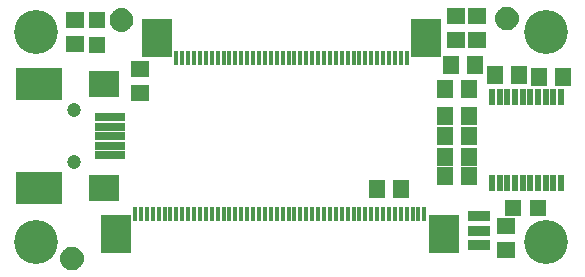
<source format=gbr>
G04 EAGLE Gerber RS-274X export*
G75*
%MOMM*%
%FSLAX34Y34*%
%LPD*%
%INSoldermask Top*%
%IPPOS*%
%AMOC8*
5,1,8,0,0,1.08239X$1,22.5*%
G01*
%ADD10R,0.300000X1.150000*%
%ADD11R,2.503200X3.303200*%
%ADD12R,0.508000X1.473200*%
%ADD13R,1.903200X0.903200*%
%ADD14R,2.603200X2.203200*%
%ADD15R,2.511200X0.703200*%
%ADD16R,4.013200X2.743200*%
%ADD17C,1.203200*%
%ADD18R,1.403200X1.503200*%
%ADD19R,1.503200X1.403200*%
%ADD20R,1.403200X1.403200*%
%ADD21C,0.500000*%
%ADD22C,3.719200*%


D10*
X339300Y181600D03*
X334300Y181600D03*
X329300Y181600D03*
X324300Y181600D03*
X319300Y181600D03*
X314300Y181600D03*
X309300Y181600D03*
X304300Y181600D03*
X299300Y181600D03*
X294300Y181600D03*
X289300Y181600D03*
X284300Y181600D03*
X279300Y181600D03*
X274300Y181600D03*
X269300Y181600D03*
X264300Y181600D03*
X259300Y181600D03*
X254300Y181600D03*
X249300Y181600D03*
X244300Y181600D03*
X239300Y181600D03*
X234300Y181600D03*
X229300Y181600D03*
X224300Y181600D03*
X219300Y181600D03*
X214300Y181600D03*
X209300Y181600D03*
X204300Y181600D03*
X199300Y181600D03*
X194300Y181600D03*
X189300Y181600D03*
X184300Y181600D03*
X179300Y181600D03*
X174300Y181600D03*
X169300Y181600D03*
X164300Y181600D03*
X159300Y181600D03*
X154300Y181600D03*
X149300Y181600D03*
X144300Y181600D03*
D11*
X355800Y198600D03*
X127800Y198600D03*
D10*
X159300Y48900D03*
X164300Y48900D03*
X169300Y48900D03*
X174300Y48900D03*
X179300Y48900D03*
X184300Y48900D03*
X189300Y48900D03*
X194300Y48900D03*
X199300Y48900D03*
X204300Y48900D03*
X209300Y48900D03*
X214300Y48900D03*
X219300Y48900D03*
X224300Y48900D03*
X229300Y48900D03*
X234300Y48900D03*
X239300Y48900D03*
X244300Y48900D03*
X249300Y48900D03*
X254300Y48900D03*
X259300Y48900D03*
X264300Y48900D03*
X269300Y48900D03*
X274300Y48900D03*
X279300Y48900D03*
X284300Y48900D03*
X289300Y48900D03*
X294300Y48900D03*
X299300Y48900D03*
X304300Y48900D03*
X309300Y48900D03*
X314300Y48900D03*
X319300Y48900D03*
X324300Y48900D03*
X329300Y48900D03*
X334300Y48900D03*
X339300Y48900D03*
X344300Y48900D03*
X349300Y48900D03*
X354300Y48900D03*
D11*
X92800Y31900D03*
X370800Y31900D03*
D10*
X109300Y48900D03*
X114300Y48900D03*
X119300Y48900D03*
X124300Y48900D03*
X129300Y48900D03*
X134300Y48900D03*
X139300Y48900D03*
X144300Y48900D03*
X149300Y48900D03*
X154300Y48900D03*
D12*
X411430Y75782D03*
X417930Y75782D03*
X424430Y75782D03*
X430930Y75782D03*
X437430Y75782D03*
X443930Y75782D03*
X450430Y75782D03*
X456930Y75782D03*
X463430Y75782D03*
X469930Y75782D03*
X469930Y148138D03*
X463430Y148138D03*
X456930Y148138D03*
X450430Y148138D03*
X443930Y148138D03*
X437430Y148138D03*
X430930Y148138D03*
X424430Y148138D03*
X417930Y148138D03*
X411430Y148138D03*
D13*
X400910Y47120D03*
X400910Y35120D03*
X400910Y23120D03*
D14*
X82800Y159000D03*
D15*
X88440Y131000D03*
X88440Y123000D03*
X88440Y115000D03*
X88440Y107000D03*
X88440Y99000D03*
D16*
X27800Y159000D03*
D14*
X82800Y71000D03*
D16*
X27800Y71000D03*
D17*
X57800Y137000D03*
X57800Y93000D03*
D18*
X471810Y165330D03*
X451490Y165330D03*
D19*
X423810Y18420D03*
X423810Y38740D03*
D20*
X76800Y213420D03*
X76800Y192420D03*
X429200Y54540D03*
X450200Y54540D03*
D19*
X58520Y192880D03*
X58520Y213200D03*
X113800Y172160D03*
X113800Y151840D03*
D18*
X314550Y70060D03*
X334870Y70060D03*
X434800Y166580D03*
X414480Y166580D03*
D17*
X55880Y11430D03*
D21*
X48380Y11430D02*
X48382Y11249D01*
X48389Y11068D01*
X48400Y10887D01*
X48415Y10706D01*
X48435Y10526D01*
X48459Y10346D01*
X48487Y10167D01*
X48520Y9989D01*
X48557Y9812D01*
X48598Y9635D01*
X48643Y9460D01*
X48693Y9285D01*
X48747Y9112D01*
X48805Y8941D01*
X48867Y8770D01*
X48934Y8602D01*
X49004Y8435D01*
X49078Y8269D01*
X49157Y8106D01*
X49239Y7945D01*
X49325Y7785D01*
X49415Y7628D01*
X49509Y7473D01*
X49606Y7320D01*
X49708Y7170D01*
X49812Y7022D01*
X49921Y6876D01*
X50032Y6734D01*
X50148Y6594D01*
X50266Y6457D01*
X50388Y6322D01*
X50513Y6191D01*
X50641Y6063D01*
X50772Y5938D01*
X50907Y5816D01*
X51044Y5698D01*
X51184Y5582D01*
X51326Y5471D01*
X51472Y5362D01*
X51620Y5258D01*
X51770Y5156D01*
X51923Y5059D01*
X52078Y4965D01*
X52235Y4875D01*
X52395Y4789D01*
X52556Y4707D01*
X52719Y4628D01*
X52885Y4554D01*
X53052Y4484D01*
X53220Y4417D01*
X53391Y4355D01*
X53562Y4297D01*
X53735Y4243D01*
X53910Y4193D01*
X54085Y4148D01*
X54262Y4107D01*
X54439Y4070D01*
X54617Y4037D01*
X54796Y4009D01*
X54976Y3985D01*
X55156Y3965D01*
X55337Y3950D01*
X55518Y3939D01*
X55699Y3932D01*
X55880Y3930D01*
X48380Y11430D02*
X48382Y11611D01*
X48389Y11792D01*
X48400Y11973D01*
X48415Y12154D01*
X48435Y12334D01*
X48459Y12514D01*
X48487Y12693D01*
X48520Y12871D01*
X48557Y13048D01*
X48598Y13225D01*
X48643Y13400D01*
X48693Y13575D01*
X48747Y13748D01*
X48805Y13919D01*
X48867Y14090D01*
X48934Y14258D01*
X49004Y14425D01*
X49078Y14591D01*
X49157Y14754D01*
X49239Y14915D01*
X49325Y15075D01*
X49415Y15232D01*
X49509Y15387D01*
X49606Y15540D01*
X49708Y15690D01*
X49812Y15838D01*
X49921Y15984D01*
X50032Y16126D01*
X50148Y16266D01*
X50266Y16403D01*
X50388Y16538D01*
X50513Y16669D01*
X50641Y16797D01*
X50772Y16922D01*
X50907Y17044D01*
X51044Y17162D01*
X51184Y17278D01*
X51326Y17389D01*
X51472Y17498D01*
X51620Y17602D01*
X51770Y17704D01*
X51923Y17801D01*
X52078Y17895D01*
X52235Y17985D01*
X52395Y18071D01*
X52556Y18153D01*
X52719Y18232D01*
X52885Y18306D01*
X53052Y18376D01*
X53220Y18443D01*
X53391Y18505D01*
X53562Y18563D01*
X53735Y18617D01*
X53910Y18667D01*
X54085Y18712D01*
X54262Y18753D01*
X54439Y18790D01*
X54617Y18823D01*
X54796Y18851D01*
X54976Y18875D01*
X55156Y18895D01*
X55337Y18910D01*
X55518Y18921D01*
X55699Y18928D01*
X55880Y18930D01*
X56061Y18928D01*
X56242Y18921D01*
X56423Y18910D01*
X56604Y18895D01*
X56784Y18875D01*
X56964Y18851D01*
X57143Y18823D01*
X57321Y18790D01*
X57498Y18753D01*
X57675Y18712D01*
X57850Y18667D01*
X58025Y18617D01*
X58198Y18563D01*
X58369Y18505D01*
X58540Y18443D01*
X58708Y18376D01*
X58875Y18306D01*
X59041Y18232D01*
X59204Y18153D01*
X59365Y18071D01*
X59525Y17985D01*
X59682Y17895D01*
X59837Y17801D01*
X59990Y17704D01*
X60140Y17602D01*
X60288Y17498D01*
X60434Y17389D01*
X60576Y17278D01*
X60716Y17162D01*
X60853Y17044D01*
X60988Y16922D01*
X61119Y16797D01*
X61247Y16669D01*
X61372Y16538D01*
X61494Y16403D01*
X61612Y16266D01*
X61728Y16126D01*
X61839Y15984D01*
X61948Y15838D01*
X62052Y15690D01*
X62154Y15540D01*
X62251Y15387D01*
X62345Y15232D01*
X62435Y15075D01*
X62521Y14915D01*
X62603Y14754D01*
X62682Y14591D01*
X62756Y14425D01*
X62826Y14258D01*
X62893Y14090D01*
X62955Y13919D01*
X63013Y13748D01*
X63067Y13575D01*
X63117Y13400D01*
X63162Y13225D01*
X63203Y13048D01*
X63240Y12871D01*
X63273Y12693D01*
X63301Y12514D01*
X63325Y12334D01*
X63345Y12154D01*
X63360Y11973D01*
X63371Y11792D01*
X63378Y11611D01*
X63380Y11430D01*
X63378Y11249D01*
X63371Y11068D01*
X63360Y10887D01*
X63345Y10706D01*
X63325Y10526D01*
X63301Y10346D01*
X63273Y10167D01*
X63240Y9989D01*
X63203Y9812D01*
X63162Y9635D01*
X63117Y9460D01*
X63067Y9285D01*
X63013Y9112D01*
X62955Y8941D01*
X62893Y8770D01*
X62826Y8602D01*
X62756Y8435D01*
X62682Y8269D01*
X62603Y8106D01*
X62521Y7945D01*
X62435Y7785D01*
X62345Y7628D01*
X62251Y7473D01*
X62154Y7320D01*
X62052Y7170D01*
X61948Y7022D01*
X61839Y6876D01*
X61728Y6734D01*
X61612Y6594D01*
X61494Y6457D01*
X61372Y6322D01*
X61247Y6191D01*
X61119Y6063D01*
X60988Y5938D01*
X60853Y5816D01*
X60716Y5698D01*
X60576Y5582D01*
X60434Y5471D01*
X60288Y5362D01*
X60140Y5258D01*
X59990Y5156D01*
X59837Y5059D01*
X59682Y4965D01*
X59525Y4875D01*
X59365Y4789D01*
X59204Y4707D01*
X59041Y4628D01*
X58875Y4554D01*
X58708Y4484D01*
X58540Y4417D01*
X58369Y4355D01*
X58198Y4297D01*
X58025Y4243D01*
X57850Y4193D01*
X57675Y4148D01*
X57498Y4107D01*
X57321Y4070D01*
X57143Y4037D01*
X56964Y4009D01*
X56784Y3985D01*
X56604Y3965D01*
X56423Y3950D01*
X56242Y3939D01*
X56061Y3932D01*
X55880Y3930D01*
D17*
X424180Y214630D03*
D21*
X416680Y214630D02*
X416682Y214449D01*
X416689Y214268D01*
X416700Y214087D01*
X416715Y213906D01*
X416735Y213726D01*
X416759Y213546D01*
X416787Y213367D01*
X416820Y213189D01*
X416857Y213012D01*
X416898Y212835D01*
X416943Y212660D01*
X416993Y212485D01*
X417047Y212312D01*
X417105Y212141D01*
X417167Y211970D01*
X417234Y211802D01*
X417304Y211635D01*
X417378Y211469D01*
X417457Y211306D01*
X417539Y211145D01*
X417625Y210985D01*
X417715Y210828D01*
X417809Y210673D01*
X417906Y210520D01*
X418008Y210370D01*
X418112Y210222D01*
X418221Y210076D01*
X418332Y209934D01*
X418448Y209794D01*
X418566Y209657D01*
X418688Y209522D01*
X418813Y209391D01*
X418941Y209263D01*
X419072Y209138D01*
X419207Y209016D01*
X419344Y208898D01*
X419484Y208782D01*
X419626Y208671D01*
X419772Y208562D01*
X419920Y208458D01*
X420070Y208356D01*
X420223Y208259D01*
X420378Y208165D01*
X420535Y208075D01*
X420695Y207989D01*
X420856Y207907D01*
X421019Y207828D01*
X421185Y207754D01*
X421352Y207684D01*
X421520Y207617D01*
X421691Y207555D01*
X421862Y207497D01*
X422035Y207443D01*
X422210Y207393D01*
X422385Y207348D01*
X422562Y207307D01*
X422739Y207270D01*
X422917Y207237D01*
X423096Y207209D01*
X423276Y207185D01*
X423456Y207165D01*
X423637Y207150D01*
X423818Y207139D01*
X423999Y207132D01*
X424180Y207130D01*
X416680Y214630D02*
X416682Y214811D01*
X416689Y214992D01*
X416700Y215173D01*
X416715Y215354D01*
X416735Y215534D01*
X416759Y215714D01*
X416787Y215893D01*
X416820Y216071D01*
X416857Y216248D01*
X416898Y216425D01*
X416943Y216600D01*
X416993Y216775D01*
X417047Y216948D01*
X417105Y217119D01*
X417167Y217290D01*
X417234Y217458D01*
X417304Y217625D01*
X417378Y217791D01*
X417457Y217954D01*
X417539Y218115D01*
X417625Y218275D01*
X417715Y218432D01*
X417809Y218587D01*
X417906Y218740D01*
X418008Y218890D01*
X418112Y219038D01*
X418221Y219184D01*
X418332Y219326D01*
X418448Y219466D01*
X418566Y219603D01*
X418688Y219738D01*
X418813Y219869D01*
X418941Y219997D01*
X419072Y220122D01*
X419207Y220244D01*
X419344Y220362D01*
X419484Y220478D01*
X419626Y220589D01*
X419772Y220698D01*
X419920Y220802D01*
X420070Y220904D01*
X420223Y221001D01*
X420378Y221095D01*
X420535Y221185D01*
X420695Y221271D01*
X420856Y221353D01*
X421019Y221432D01*
X421185Y221506D01*
X421352Y221576D01*
X421520Y221643D01*
X421691Y221705D01*
X421862Y221763D01*
X422035Y221817D01*
X422210Y221867D01*
X422385Y221912D01*
X422562Y221953D01*
X422739Y221990D01*
X422917Y222023D01*
X423096Y222051D01*
X423276Y222075D01*
X423456Y222095D01*
X423637Y222110D01*
X423818Y222121D01*
X423999Y222128D01*
X424180Y222130D01*
X424361Y222128D01*
X424542Y222121D01*
X424723Y222110D01*
X424904Y222095D01*
X425084Y222075D01*
X425264Y222051D01*
X425443Y222023D01*
X425621Y221990D01*
X425798Y221953D01*
X425975Y221912D01*
X426150Y221867D01*
X426325Y221817D01*
X426498Y221763D01*
X426669Y221705D01*
X426840Y221643D01*
X427008Y221576D01*
X427175Y221506D01*
X427341Y221432D01*
X427504Y221353D01*
X427665Y221271D01*
X427825Y221185D01*
X427982Y221095D01*
X428137Y221001D01*
X428290Y220904D01*
X428440Y220802D01*
X428588Y220698D01*
X428734Y220589D01*
X428876Y220478D01*
X429016Y220362D01*
X429153Y220244D01*
X429288Y220122D01*
X429419Y219997D01*
X429547Y219869D01*
X429672Y219738D01*
X429794Y219603D01*
X429912Y219466D01*
X430028Y219326D01*
X430139Y219184D01*
X430248Y219038D01*
X430352Y218890D01*
X430454Y218740D01*
X430551Y218587D01*
X430645Y218432D01*
X430735Y218275D01*
X430821Y218115D01*
X430903Y217954D01*
X430982Y217791D01*
X431056Y217625D01*
X431126Y217458D01*
X431193Y217290D01*
X431255Y217119D01*
X431313Y216948D01*
X431367Y216775D01*
X431417Y216600D01*
X431462Y216425D01*
X431503Y216248D01*
X431540Y216071D01*
X431573Y215893D01*
X431601Y215714D01*
X431625Y215534D01*
X431645Y215354D01*
X431660Y215173D01*
X431671Y214992D01*
X431678Y214811D01*
X431680Y214630D01*
X431678Y214449D01*
X431671Y214268D01*
X431660Y214087D01*
X431645Y213906D01*
X431625Y213726D01*
X431601Y213546D01*
X431573Y213367D01*
X431540Y213189D01*
X431503Y213012D01*
X431462Y212835D01*
X431417Y212660D01*
X431367Y212485D01*
X431313Y212312D01*
X431255Y212141D01*
X431193Y211970D01*
X431126Y211802D01*
X431056Y211635D01*
X430982Y211469D01*
X430903Y211306D01*
X430821Y211145D01*
X430735Y210985D01*
X430645Y210828D01*
X430551Y210673D01*
X430454Y210520D01*
X430352Y210370D01*
X430248Y210222D01*
X430139Y210076D01*
X430028Y209934D01*
X429912Y209794D01*
X429794Y209657D01*
X429672Y209522D01*
X429547Y209391D01*
X429419Y209263D01*
X429288Y209138D01*
X429153Y209016D01*
X429016Y208898D01*
X428876Y208782D01*
X428734Y208671D01*
X428588Y208562D01*
X428440Y208458D01*
X428290Y208356D01*
X428137Y208259D01*
X427982Y208165D01*
X427825Y208075D01*
X427665Y207989D01*
X427504Y207907D01*
X427341Y207828D01*
X427175Y207754D01*
X427008Y207684D01*
X426840Y207617D01*
X426669Y207555D01*
X426498Y207497D01*
X426325Y207443D01*
X426150Y207393D01*
X425975Y207348D01*
X425798Y207307D01*
X425621Y207270D01*
X425443Y207237D01*
X425264Y207209D01*
X425084Y207185D01*
X424904Y207165D01*
X424723Y207150D01*
X424542Y207139D01*
X424361Y207132D01*
X424180Y207130D01*
D17*
X97790Y213360D03*
D21*
X90290Y213360D02*
X90292Y213179D01*
X90299Y212998D01*
X90310Y212817D01*
X90325Y212636D01*
X90345Y212456D01*
X90369Y212276D01*
X90397Y212097D01*
X90430Y211919D01*
X90467Y211742D01*
X90508Y211565D01*
X90553Y211390D01*
X90603Y211215D01*
X90657Y211042D01*
X90715Y210871D01*
X90777Y210700D01*
X90844Y210532D01*
X90914Y210365D01*
X90988Y210199D01*
X91067Y210036D01*
X91149Y209875D01*
X91235Y209715D01*
X91325Y209558D01*
X91419Y209403D01*
X91516Y209250D01*
X91618Y209100D01*
X91722Y208952D01*
X91831Y208806D01*
X91942Y208664D01*
X92058Y208524D01*
X92176Y208387D01*
X92298Y208252D01*
X92423Y208121D01*
X92551Y207993D01*
X92682Y207868D01*
X92817Y207746D01*
X92954Y207628D01*
X93094Y207512D01*
X93236Y207401D01*
X93382Y207292D01*
X93530Y207188D01*
X93680Y207086D01*
X93833Y206989D01*
X93988Y206895D01*
X94145Y206805D01*
X94305Y206719D01*
X94466Y206637D01*
X94629Y206558D01*
X94795Y206484D01*
X94962Y206414D01*
X95130Y206347D01*
X95301Y206285D01*
X95472Y206227D01*
X95645Y206173D01*
X95820Y206123D01*
X95995Y206078D01*
X96172Y206037D01*
X96349Y206000D01*
X96527Y205967D01*
X96706Y205939D01*
X96886Y205915D01*
X97066Y205895D01*
X97247Y205880D01*
X97428Y205869D01*
X97609Y205862D01*
X97790Y205860D01*
X90290Y213360D02*
X90292Y213541D01*
X90299Y213722D01*
X90310Y213903D01*
X90325Y214084D01*
X90345Y214264D01*
X90369Y214444D01*
X90397Y214623D01*
X90430Y214801D01*
X90467Y214978D01*
X90508Y215155D01*
X90553Y215330D01*
X90603Y215505D01*
X90657Y215678D01*
X90715Y215849D01*
X90777Y216020D01*
X90844Y216188D01*
X90914Y216355D01*
X90988Y216521D01*
X91067Y216684D01*
X91149Y216845D01*
X91235Y217005D01*
X91325Y217162D01*
X91419Y217317D01*
X91516Y217470D01*
X91618Y217620D01*
X91722Y217768D01*
X91831Y217914D01*
X91942Y218056D01*
X92058Y218196D01*
X92176Y218333D01*
X92298Y218468D01*
X92423Y218599D01*
X92551Y218727D01*
X92682Y218852D01*
X92817Y218974D01*
X92954Y219092D01*
X93094Y219208D01*
X93236Y219319D01*
X93382Y219428D01*
X93530Y219532D01*
X93680Y219634D01*
X93833Y219731D01*
X93988Y219825D01*
X94145Y219915D01*
X94305Y220001D01*
X94466Y220083D01*
X94629Y220162D01*
X94795Y220236D01*
X94962Y220306D01*
X95130Y220373D01*
X95301Y220435D01*
X95472Y220493D01*
X95645Y220547D01*
X95820Y220597D01*
X95995Y220642D01*
X96172Y220683D01*
X96349Y220720D01*
X96527Y220753D01*
X96706Y220781D01*
X96886Y220805D01*
X97066Y220825D01*
X97247Y220840D01*
X97428Y220851D01*
X97609Y220858D01*
X97790Y220860D01*
X97971Y220858D01*
X98152Y220851D01*
X98333Y220840D01*
X98514Y220825D01*
X98694Y220805D01*
X98874Y220781D01*
X99053Y220753D01*
X99231Y220720D01*
X99408Y220683D01*
X99585Y220642D01*
X99760Y220597D01*
X99935Y220547D01*
X100108Y220493D01*
X100279Y220435D01*
X100450Y220373D01*
X100618Y220306D01*
X100785Y220236D01*
X100951Y220162D01*
X101114Y220083D01*
X101275Y220001D01*
X101435Y219915D01*
X101592Y219825D01*
X101747Y219731D01*
X101900Y219634D01*
X102050Y219532D01*
X102198Y219428D01*
X102344Y219319D01*
X102486Y219208D01*
X102626Y219092D01*
X102763Y218974D01*
X102898Y218852D01*
X103029Y218727D01*
X103157Y218599D01*
X103282Y218468D01*
X103404Y218333D01*
X103522Y218196D01*
X103638Y218056D01*
X103749Y217914D01*
X103858Y217768D01*
X103962Y217620D01*
X104064Y217470D01*
X104161Y217317D01*
X104255Y217162D01*
X104345Y217005D01*
X104431Y216845D01*
X104513Y216684D01*
X104592Y216521D01*
X104666Y216355D01*
X104736Y216188D01*
X104803Y216020D01*
X104865Y215849D01*
X104923Y215678D01*
X104977Y215505D01*
X105027Y215330D01*
X105072Y215155D01*
X105113Y214978D01*
X105150Y214801D01*
X105183Y214623D01*
X105211Y214444D01*
X105235Y214264D01*
X105255Y214084D01*
X105270Y213903D01*
X105281Y213722D01*
X105288Y213541D01*
X105290Y213360D01*
X105288Y213179D01*
X105281Y212998D01*
X105270Y212817D01*
X105255Y212636D01*
X105235Y212456D01*
X105211Y212276D01*
X105183Y212097D01*
X105150Y211919D01*
X105113Y211742D01*
X105072Y211565D01*
X105027Y211390D01*
X104977Y211215D01*
X104923Y211042D01*
X104865Y210871D01*
X104803Y210700D01*
X104736Y210532D01*
X104666Y210365D01*
X104592Y210199D01*
X104513Y210036D01*
X104431Y209875D01*
X104345Y209715D01*
X104255Y209558D01*
X104161Y209403D01*
X104064Y209250D01*
X103962Y209100D01*
X103858Y208952D01*
X103749Y208806D01*
X103638Y208664D01*
X103522Y208524D01*
X103404Y208387D01*
X103282Y208252D01*
X103157Y208121D01*
X103029Y207993D01*
X102898Y207868D01*
X102763Y207746D01*
X102626Y207628D01*
X102486Y207512D01*
X102344Y207401D01*
X102198Y207292D01*
X102050Y207188D01*
X101900Y207086D01*
X101747Y206989D01*
X101592Y206895D01*
X101435Y206805D01*
X101275Y206719D01*
X101114Y206637D01*
X100951Y206558D01*
X100785Y206484D01*
X100618Y206414D01*
X100450Y206347D01*
X100279Y206285D01*
X100108Y206227D01*
X99935Y206173D01*
X99760Y206123D01*
X99585Y206078D01*
X99408Y206037D01*
X99231Y206000D01*
X99053Y205967D01*
X98874Y205939D01*
X98694Y205915D01*
X98514Y205895D01*
X98333Y205880D01*
X98152Y205869D01*
X97971Y205862D01*
X97790Y205860D01*
D22*
X457200Y25400D03*
X457200Y203200D03*
X25400Y203200D03*
X25400Y25400D03*
D18*
X392430Y81280D03*
X372110Y81280D03*
X392430Y115570D03*
X372110Y115570D03*
X392430Y154940D03*
X372110Y154940D03*
D19*
X381000Y196850D03*
X381000Y217170D03*
X398780Y196850D03*
X398780Y217170D03*
D18*
X392430Y132080D03*
X372110Y132080D03*
X397510Y175260D03*
X377190Y175260D03*
X392430Y97790D03*
X372110Y97790D03*
M02*

</source>
